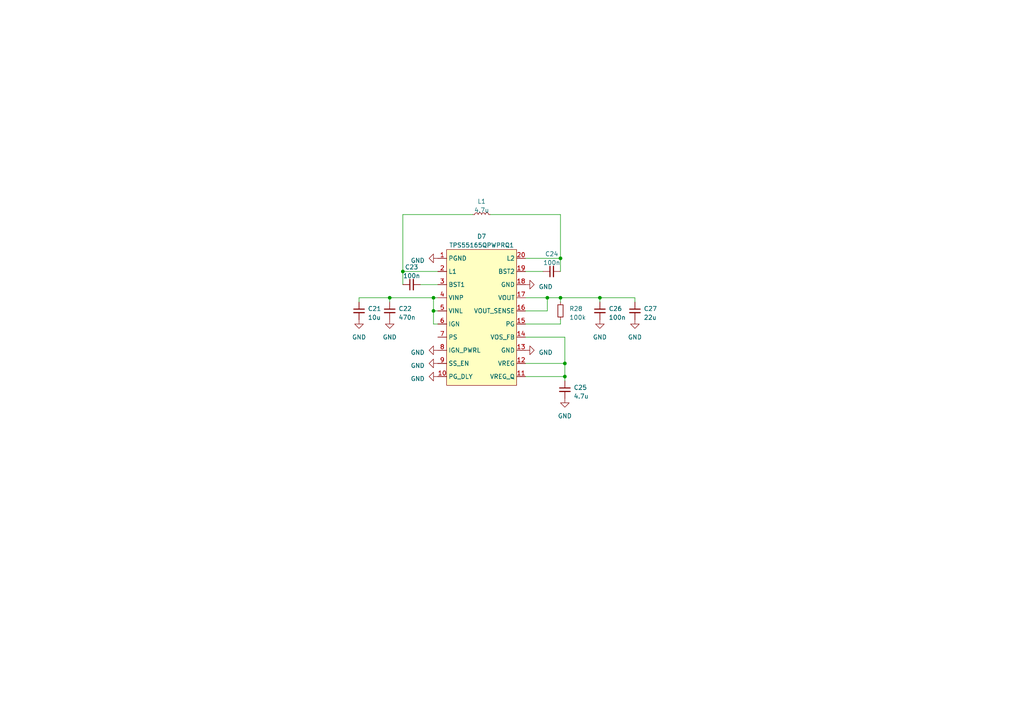
<source format=kicad_sch>
(kicad_sch (version 20230121) (generator eeschema)
  (paper "A4")
  (lib_symbols
    (symbol "Connverter_DCDC_My:TPS55165QPWPRQ1"
      (property "Reference" "D" (at 0 2.54 0))
      (property "Value" "TPS55165QPWPRQ1" (at 0 0 0))
      (symbol "TPS55165QPWPRQ1_1_1"
        (rectangle (start -10.16 -1.27) (end 10.16 -40.64) (fill (type background)))
        (pin input line (at -12.7 -3.81 0) (length 2.54) (name "PGND") (number "1"))
        (pin input line (at -12.7 -38.1 0) (length 2.54) (name "PG_DLY") (number "10"))
        (pin input line (at 12.7 -38.1 180) (length 2.54) (name "VREG_Q") (number "11"))
        (pin input line (at 12.7 -34.29 180) (length 2.54) (name "VREG") (number "12"))
        (pin input line (at 12.7 -30.48 180) (length 2.54) (name "GND") (number "13"))
        (pin input line (at 12.7 -26.67 180) (length 2.54) (name "VOS_FB") (number "14"))
        (pin input line (at 12.7 -22.86 180) (length 2.54) (name "PG") (number "15"))
        (pin input line (at 12.7 -19.05 180) (length 2.54) (name "VOUT_SENSE") (number "16"))
        (pin input line (at 12.7 -15.24 180) (length 2.54) (name "VOUT") (number "17"))
        (pin input line (at 12.7 -11.43 180) (length 2.54) (name "GND") (number "18"))
        (pin input line (at 12.7 -7.62 180) (length 2.54) (name "BST2") (number "19"))
        (pin input line (at -12.7 -7.62 0) (length 2.54) (name "L1") (number "2"))
        (pin input line (at 12.7 -3.81 180) (length 2.54) (name "L2") (number "20"))
        (pin input line (at -12.7 -11.43 0) (length 2.54) (name "BST1") (number "3"))
        (pin input line (at -12.7 -15.24 0) (length 2.54) (name "VINP") (number "4"))
        (pin input line (at -12.7 -19.05 0) (length 2.54) (name "VINL") (number "5"))
        (pin input line (at -12.7 -22.86 0) (length 2.54) (name "IGN") (number "6"))
        (pin input line (at -12.7 -26.67 0) (length 2.54) (name "PS") (number "7"))
        (pin input line (at -12.7 -30.48 0) (length 2.54) (name "IGN_PWRL") (number "8"))
        (pin input line (at -12.7 -34.29 0) (length 2.54) (name "SS_EN") (number "9"))
      )
    )
    (symbol "Device:C_Small" (pin_numbers hide) (pin_names (offset 0.254) hide)
      (property "Reference" "C" (at 0.254 1.778 0))
      (property "Value" "C_Small" (at 0.254 -2.032 0))
      (symbol "C_Small_0_1"
        (polyline (pts (xy -1.524 -0.508) (xy 1.524 -0.508)) (stroke (width 0.3302)))
        (polyline (pts (xy -1.524 0.508) (xy 1.524 0.508)) (stroke (width 0.3048)))
      )
      (symbol "C_Small_1_1"
        (pin passive line (at 0 2.54 270) (length 2.032) (name "~") (number "1"))
        (pin passive line (at 0 -2.54 90) (length 2.032) (name "~") (number "2"))
      )
    )
    (symbol "Device:L_Small" (pin_numbers hide) (pin_names (offset 0.254) hide)
      (property "Reference" "L" (at 0.762 1.016 0))
      (property "Value" "L_Small" (at 0.762 -1.016 0))
      (symbol "L_Small_0_1"
        (arc (start 0 -2.032) (mid 0.5058 -1.524) (end 0 -1.016))
        (arc (start 0 -1.016) (mid 0.5058 -0.508) (end 0 0))
        (arc (start 0 0) (mid 0.5058 0.508) (end 0 1.016))
        (arc (start 0 1.016) (mid 0.5058 1.524) (end 0 2.032))
      )
      (symbol "L_Small_1_1"
        (pin passive line (at 0 2.54 270) (length 0.508) (name "~") (number "1"))
        (pin passive line (at 0 -2.54 90) (length 0.508) (name "~") (number "2"))
      )
    )
    (symbol "Device:R_Small" (pin_numbers hide) (pin_names (offset 0.254) hide)
      (property "Reference" "R" (at 0.762 0.508 0))
      (property "Value" "R_Small" (at 0.762 -1.016 0))
      (symbol "R_Small_0_1"
        (rectangle (start -0.762 1.778) (end 0.762 -1.778) (stroke (width 0.2032)))
      )
      (symbol "R_Small_1_1"
        (pin passive line (at 0 2.54 270) (length 0.762) (name "~") (number "1"))
        (pin passive line (at 0 -2.54 90) (length 0.762) (name "~") (number "2"))
      )
    )
    (symbol "power:GND" (power) (pin_names (offset 0))
      (property "Value" "GND" (at 0 -3.81 0))
      (symbol "GND_0_1"
        (polyline (pts (xy 0 0) (xy 0 -1.27) (xy 1.27 -1.27) (xy 0 -2.54) (xy -1.27 -1.27) (xy 0 -1.27)))
      )
      (symbol "GND_1_1"
        (pin power_in line (at 0 0 270) (length 0) hide (name "GND") (number "1"))
      )
    )
  )
  (junction (at 116.84 78.74))
  (junction (at 163.83 109.22))
  (junction (at 125.73 90.17))
  (junction (at 158.75 86.36))
  (junction (at 162.56 86.36))
  (junction (at 113.03 86.36))
  (junction (at 162.56 74.93))
  (junction (at 163.83 105.41))
  (junction (at 173.99 86.36))
  (junction (at 125.73 86.36))
  (wire (pts (xy 152.4 97.79) (xy 163.83 97.79)))
  (wire (pts (xy 152.4 90.17) (xy 158.75 90.17)))
  (wire (pts (xy 125.73 93.98) (xy 127 93.98)))
  (wire (pts (xy 116.84 78.74) (xy 116.84 82.55)))
  (wire (pts (xy 125.73 90.17) (xy 125.73 93.98)))
  (wire (pts (xy 184.15 86.36) (xy 173.99 86.36)))
  (wire (pts (xy 163.83 105.41) (xy 163.83 109.22)))
  (wire (pts (xy 152.4 74.93) (xy 162.56 74.93)))
  (wire (pts (xy 152.4 86.36) (xy 158.75 86.36)))
  (wire (pts (xy 163.83 109.22) (xy 163.83 110.49)))
  (wire (pts (xy 152.4 78.74) (xy 157.48 78.74)))
  (wire (pts (xy 113.03 86.36) (xy 125.73 86.36)))
  (wire (pts (xy 158.75 86.36) (xy 162.56 86.36)))
  (wire (pts (xy 152.4 105.41) (xy 163.83 105.41)))
  (wire (pts (xy 125.73 90.17) (xy 127 90.17)))
  (wire (pts (xy 163.83 97.79) (xy 163.83 105.41)))
  (wire (pts (xy 162.56 86.36) (xy 162.56 87.63)))
  (wire (pts (xy 127 86.36) (xy 125.73 86.36)))
  (wire (pts (xy 127 78.74) (xy 116.84 78.74)))
  (wire (pts (xy 173.99 87.63) (xy 173.99 86.36)))
  (wire (pts (xy 121.92 82.55) (xy 127 82.55)))
  (wire (pts (xy 104.14 86.36) (xy 113.03 86.36)))
  (wire (pts (xy 125.73 86.36) (xy 125.73 90.17)))
  (wire (pts (xy 113.03 87.63) (xy 113.03 86.36)))
  (wire (pts (xy 173.99 86.36) (xy 162.56 86.36)))
  (wire (pts (xy 142.24 62.23) (xy 162.56 62.23)))
  (wire (pts (xy 104.14 87.63) (xy 104.14 86.36)))
  (wire (pts (xy 184.15 87.63) (xy 184.15 86.36)))
  (wire (pts (xy 162.56 62.23) (xy 162.56 74.93)))
  (wire (pts (xy 116.84 62.23) (xy 116.84 78.74)))
  (wire (pts (xy 162.56 93.98) (xy 162.56 92.71)))
  (wire (pts (xy 162.56 74.93) (xy 162.56 78.74)))
  (wire (pts (xy 137.16 62.23) (xy 116.84 62.23)))
  (wire (pts (xy 152.4 93.98) (xy 162.56 93.98)))
  (wire (pts (xy 158.75 90.17) (xy 158.75 86.36)))
  (wire (pts (xy 152.4 109.22) (xy 163.83 109.22)))
  (symbol (lib_id "power:GND") (at 127 101.6 270) (unit 1)
    (property "Reference" "#PWR065" (effects hide))
    (property "Value" "GND" (at 123.19 102.235 90) (effects (justify right)))
  )
  (symbol (lib_id "power:GND") (at 104.14 92.71 0) (unit 1)
    (property "Reference" "#PWR063" (effects hide))
    (property "Value" "GND" (at 104.14 97.79 0))
  )
  (symbol (lib_id "power:GND") (at 152.4 101.6 90) (unit 1)
    (property "Reference" "#PWR062" (effects hide))
    (property "Value" "GND" (at 156.21 102.235 90) (effects (justify right)))
  )
  (symbol (lib_id "Device:C_Small") (at 104.14 90.17 0) (unit 1)
    (property "Reference" "C21" (at 106.68 89.5413 0) (effects (justify left)))
    (property "Value" "10u" (at 106.68 92.0813 0) (effects (justify left)))
    (property "Footprint" "Capacitor_SMD:C_1210_3225Metric_Pad1.33x2.70mm_HandSolder" (effects hide))
  )
  (symbol (lib_id "power:GND") (at 184.15 92.71 0) (unit 1)
    (property "Reference" "#PWR070" (effects hide))
    (property "Value" "GND" (at 184.15 97.79 0))
  )
  (symbol (lib_id "Device:C_Small") (at 163.83 113.03 0) (unit 1)
    (property "Reference" "C25" (at 166.37 112.4013 0) (effects (justify left)))
    (property "Value" "4.7u" (at 166.37 114.9413 0) (effects (justify left)))
    (property "Footprint" "Capacitor_SMD:C_0805_2012Metric_Pad1.18x1.45mm_HandSolder" (effects hide))
  )
  (symbol (lib_id "power:GND") (at 173.99 92.71 0) (unit 1)
    (property "Reference" "#PWR069" (effects hide))
    (property "Value" "GND" (at 173.99 97.79 0))
  )
  (symbol (lib_id "Device:C_Small") (at 119.38 82.55 90) (unit 1)
    (property "Reference" "C23" (at 119.3863 77.47 90))
    (property "Value" "100n" (at 119.3863 80.01 90))
    (property "Footprint" "Capacitor_SMD:C_0603_1608Metric_Pad1.08x0.95mm_HandSolder" (effects hide))
  )
  (symbol (lib_id "Connverter_DCDC_My:TPS55165QPWPRQ1") (at 139.7 71.12 0) (unit 1)
    (property "Reference" "D7" (at 139.7 68.58 0))
    (property "Value" "TPS55165QPWPRQ1" (at 139.7 71.12 0))
    (property "Footprint" "Package_SO:HTSSOP-20-1EP_4.4x6.5mm_P0.65mm_EP3.4x6.5mm" (effects hide))
  )
  (symbol (lib_id "power:GND") (at 113.03 92.71 0) (unit 1)
    (property "Reference" "#PWR064" (effects hide))
    (property "Value" "GND" (at 113.03 97.79 0))
  )
  (symbol (lib_id "Device:C_Small") (at 184.15 90.17 0) (unit 1)
    (property "Reference" "C27" (at 186.69 89.5413 0) (effects (justify left)))
    (property "Value" "22u" (at 186.69 92.0813 0) (effects (justify left)))
    (property "Footprint" "Capacitor_SMD:C_1210_3225Metric_Pad1.33x2.70mm_HandSolder" (effects hide))
  )
  (symbol (lib_id "Device:R_Small") (at 162.56 90.17 0) (unit 1)
    (property "Reference" "R28" (at 165.1 89.535 0) (effects (justify left)))
    (property "Value" "100k" (at 165.1 92.075 0) (effects (justify left)))
    (property "Footprint" "Resistor_SMD:R_0603_1608Metric_Pad0.98x0.95mm_HandSolder" (effects hide))
  )
  (symbol (lib_id "power:GND") (at 163.83 115.57 0) (unit 1)
    (property "Reference" "#PWR067" (effects hide))
    (property "Value" "GND" (at 163.83 120.65 0))
  )
  (symbol (lib_id "power:GND") (at 127 105.41 270) (unit 1)
    (property "Reference" "#PWR066" (effects hide))
    (property "Value" "GND" (at 123.19 106.045 90) (effects (justify right)))
  )
  (symbol (lib_id "power:GND") (at 127 74.93 270) (unit 1)
    (property "Reference" "#PWR060" (effects hide))
    (property "Value" "GND" (at 123.19 75.565 90) (effects (justify right)))
  )
  (symbol (lib_id "power:GND") (at 152.4 82.55 90) (unit 1)
    (property "Reference" "#PWR061" (effects hide))
    (property "Value" "GND" (at 156.21 83.185 90) (effects (justify right)))
  )
  (symbol (lib_id "Device:C_Small") (at 160.02 78.74 90) (unit 1)
    (property "Reference" "C24" (at 160.0263 73.66 90))
    (property "Value" "100n" (at 160.0263 76.2 90))
    (property "Footprint" "Capacitor_SMD:C_0603_1608Metric_Pad1.08x0.95mm_HandSolder" (effects hide))
  )
  (symbol (lib_id "Device:L_Small") (at 139.7 62.23 90) (unit 1)
    (property "Reference" "L1" (at 139.7 58.42 90))
    (property "Value" "4.7u" (at 139.7 60.96 90))
    (property "Footprint" "Inductor_SMD:L_Murata_LQH55DN_5.7x5.0mm" (effects hide))
  )
  (symbol (lib_id "Device:C_Small") (at 173.99 90.17 0) (unit 1)
    (property "Reference" "C26" (at 176.53 89.5413 0) (effects (justify left)))
    (property "Value" "100n" (at 176.53 92.0813 0) (effects (justify left)))
    (property "Footprint" "Capacitor_SMD:C_0603_1608Metric_Pad1.08x0.95mm_HandSolder" (effects hide))
  )
  (symbol (lib_id "Device:C_Small") (at 113.03 90.17 0) (unit 1)
    (property "Reference" "C22" (at 115.57 89.5413 0) (effects (justify left)))
    (property "Value" "470n" (at 115.57 92.0813 0) (effects (justify left)))
    (property "Footprint" "Capacitor_SMD:C_0805_2012Metric_Pad1.18x1.45mm_HandSolder" (effects hide))
  )
  (symbol (lib_id "power:GND") (at 127 109.22 270) (unit 1)
    (property "Reference" "#PWR068" (effects hide))
    (property "Value" "GND" (at 123.19 109.855 90) (effects (justify right)))
  )
)
</source>
